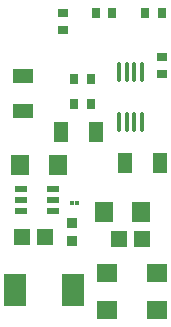
<source format=gbp>
G04 #@! TF.GenerationSoftware,KiCad,Pcbnew,7.0.5-0*
G04 #@! TF.CreationDate,2024-12-03T11:17:58-08:00*
G04 #@! TF.ProjectId,MilkVHat,4d696c6b-5648-4617-942e-6b696361645f,rev?*
G04 #@! TF.SameCoordinates,PX5f5e100PY5f5e100*
G04 #@! TF.FileFunction,Paste,Bot*
G04 #@! TF.FilePolarity,Positive*
%FSLAX46Y46*%
G04 Gerber Fmt 4.6, Leading zero omitted, Abs format (unit mm)*
G04 Created by KiCad (PCBNEW 7.0.5-0) date 2024-12-03 11:17:58*
%MOMM*%
%LPD*%
G01*
G04 APERTURE LIST*
%ADD10R,0.864008X0.800000*%
%ADD11R,0.800000X0.900000*%
%ADD12R,1.207518X1.701016*%
%ADD13R,0.864008X0.806477*%
%ADD14R,1.727991X1.485014*%
%ADD15R,1.410008X1.350013*%
%ADD16R,1.905004X2.800000*%
%ADD17R,1.100000X0.600000*%
%ADD18O,0.364008X1.691999*%
%ADD19R,1.485014X1.727991*%
%ADD20R,1.701016X1.207518*%
%ADD21R,0.303124X0.324003*%
G04 APERTURE END LIST*
D10*
X16350000Y37350102D03*
X16350000Y38749898D03*
D11*
X17299975Y33199999D03*
X18700025Y33199999D03*
D12*
X21621209Y26050000D03*
X24578791Y26050000D03*
D13*
X17125000Y19471633D03*
X17125000Y20978365D03*
D14*
X24300000Y13607417D03*
X24300000Y16792583D03*
D15*
X12849987Y19860915D03*
X14849987Y19860915D03*
D16*
X12299041Y15349999D03*
X17150959Y15349999D03*
D15*
X21050000Y19650000D03*
X23050000Y19650000D03*
D17*
X12774987Y22000037D03*
X12774987Y22949999D03*
X12774987Y23899961D03*
X15475013Y23899961D03*
X15475013Y22949999D03*
X15475013Y22000037D03*
D18*
X23013316Y29533052D03*
X22363075Y29533052D03*
X21713087Y29533052D03*
X21063100Y29533052D03*
X21063100Y33825152D03*
X21713087Y33825152D03*
X22363075Y33825152D03*
X23013316Y33825152D03*
D10*
X24750000Y33650204D03*
X24750000Y35050000D03*
D11*
X19099975Y38800000D03*
X20500025Y38800000D03*
D19*
X19782417Y21899999D03*
X22967583Y21899999D03*
D14*
X20100000Y13607417D03*
X20100000Y16792583D03*
D20*
X12975000Y30496208D03*
X12975000Y33453790D03*
D21*
X17074987Y22685915D03*
X17558095Y22685915D03*
D12*
X16146209Y28724999D03*
X19103791Y28724999D03*
D11*
X17274975Y31099999D03*
X18675025Y31099999D03*
D19*
X12707417Y25924999D03*
X15892583Y25924999D03*
D11*
X24700025Y38800000D03*
X23299975Y38800000D03*
M02*

</source>
